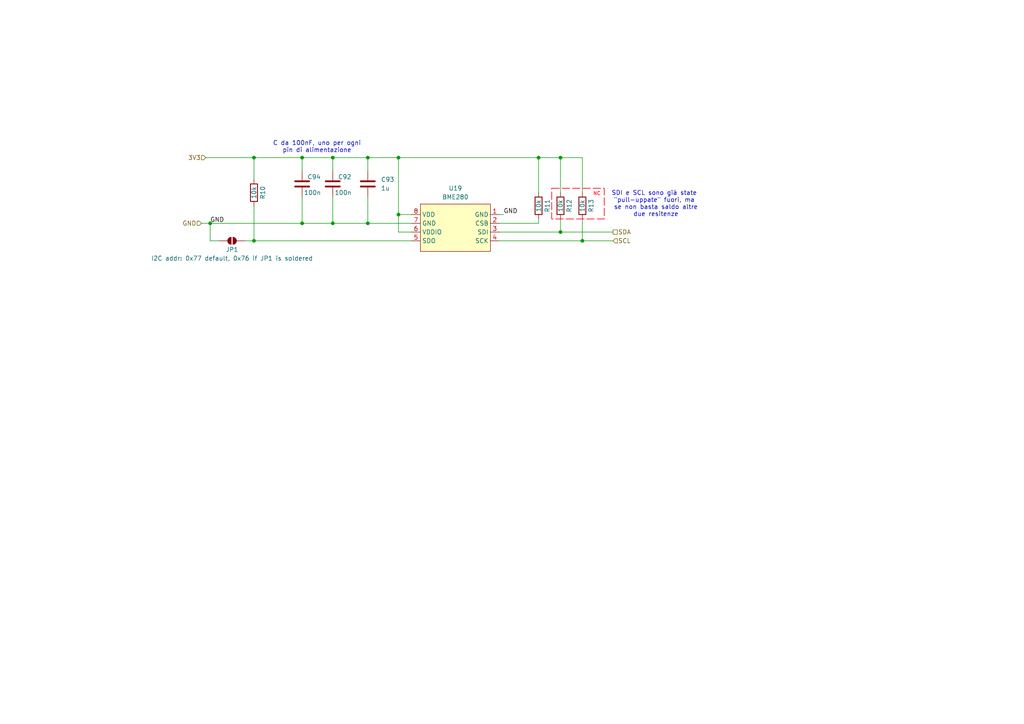
<source format=kicad_sch>
(kicad_sch (version 20250114) (generator "eeschema") (generator_version "9.0")
  (paper "A4")
  (lib_symbols
    (symbol "Device:C" (pin_numbers (hide yes)) (pin_names (offset 0.254))
      (property "Reference" "C" (at 0.635 2.54 0))
      (property "Value" "C" (at 0.635 -2.54 0))
      (symbol "C_0_1"
        (polyline (pts (xy -2.032 0.762) (xy 2.032 0.762)) (stroke (width 0.508)))
        (polyline (pts (xy -2.032 -0.762) (xy 2.032 -0.762)) (stroke (width 0.508)))
      )
      (symbol "C_1_1"
        (pin passive line (at 0 3.81 270) (length 2.794) (name "~") (number "1"))
        (pin passive line (at 0 -3.81 90) (length 2.794) (name "~") (number "2"))
      )
    )
    (symbol "Device:R" (pin_numbers (hide yes)) (pin_names (offset 0))
      (property "Reference" "R" (at 2.032 0 90))
      (property "Value" "R" (at 0 0 90))
      (symbol "R_0_1"
        (rectangle (start -1.016 -2.54) (end 1.016 2.54) (stroke (width 0.254)))
      )
      (symbol "R_1_1"
        (pin passive line (at 0 3.81 270) (length 1.27) (name "~") (number "1"))
        (pin passive line (at 0 -3.81 90) (length 1.27) (name "~") (number "2"))
      )
    )
    (symbol "Jumper:SolderJumper_2_Open" (pin_numbers (hide yes)) (pin_names (offset 0) (hide yes)) (exclude_from_sim yes) (in_bom no)
      (property "Reference" "JP" (at 0 2.032 0))
      (property "Value" "SolderJumper_2_Open" (at 0 -2.54 0))
      (symbol "SolderJumper_2_Open_0_1"
        (polyline (pts (xy -0.254 1.016) (xy -0.254 -1.016)))
        (arc (start -0.254 -1.016) (mid -1.2656 0) (end -0.254 1.016))
        (arc (start -0.254 -1.016) (mid -1.2656 0) (end -0.254 1.016) (fill (type outline)))
        (arc (start 0.254 1.016) (mid 1.2656 0) (end 0.254 -1.016))
        (arc (start 0.254 1.016) (mid 1.2656 0) (end 0.254 -1.016) (fill (type outline)))
        (polyline (pts (xy 0.254 1.016) (xy 0.254 -1.016)))
      )
      (symbol "SolderJumper_2_Open_1_1"
        (pin passive line (at -3.81 0 0) (length 2.54) (name "A") (number "1"))
        (pin passive line (at 3.81 0 180) (length 2.54) (name "B") (number "2"))
      )
    )
    (symbol "Kicad_JLCPCB_Library:BME280"
      (property "Reference" "U" (at 0 8.89 0))
      (property "Value" "BME280" (at 0 -8.89 0))
      (symbol "BME280_0_1"
        (rectangle (start -10.16 6.86) (end 10.16 -6.86) (fill (type background)))
        (pin unspecified line (at -12.7 3.81 0) (length 2.54) (name "VDD") (number "8"))
        (pin unspecified line (at -12.7 1.27 0) (length 2.54) (name "GND") (number "7"))
        (pin unspecified line (at -12.7 -1.27 0) (length 2.54) (name "VDDIO") (number "6"))
        (pin unspecified line (at -12.7 -3.81 0) (length 2.54) (name "SDO") (number "5"))
        (pin unspecified line (at 12.7 3.81 180) (length 2.54) (name "GND") (number "1"))
        (pin unspecified line (at 12.7 1.27 180) (length 2.54) (name "CSB") (number "2"))
        (pin unspecified line (at 12.7 -1.27 180) (length 2.54) (name "SDI") (number "3"))
        (pin unspecified line (at 12.7 -3.81 180) (length 2.54) (name "SCK") (number "4"))
      )
    )
  )
  (rectangle (start 160.02 54.61) (end 175.26 63.5) (stroke (width 0.2) (type dash) (color 255 0 17 1)))
  (text "NC" (at 174.244 56.896 0) (effects (font (size 1 1)) (justify right bottom)))
  (text "C da 100nF, uno per ogni\npin di alimentazione" (at 91.948 42.672 0) (effects (font (size 1.27 1.27))))
  (text "SDI e SCL sono già state \n\"pull-uppate\" fuori, ma \nse non basta saldo altre\ndue resitenze" (at 190.246 59.182 0) (effects (font (size 1.27 1.27))))
  (junction (at 115.57 45.72))
  (junction (at 106.68 45.72))
  (junction (at 106.68 64.77))
  (junction (at 87.63 64.77))
  (junction (at 60.96 64.77))
  (junction (at 96.52 64.77))
  (junction (at 168.91 69.85))
  (junction (at 87.63 45.72))
  (junction (at 156.21 45.72))
  (junction (at 162.56 45.72))
  (junction (at 96.52 45.72))
  (junction (at 162.56 67.31))
  (junction (at 115.57 62.23))
  (junction (at 73.66 69.85))
  (junction (at 73.66 45.72))
  (wire (pts (xy 71.12 69.85) (xy 73.66 69.85)))
  (wire (pts (xy 60.96 69.85) (xy 60.96 64.77)))
  (wire (pts (xy 96.52 57.15) (xy 96.52 64.77)))
  (wire (pts (xy 96.52 45.72) (xy 96.52 49.53)))
  (wire (pts (xy 73.66 45.72) (xy 59.69 45.72)))
  (wire (pts (xy 87.63 45.72) (xy 73.66 45.72)))
  (wire (pts (xy 96.52 45.72) (xy 87.63 45.72)))
  (wire (pts (xy 156.21 64.77) (xy 156.21 63.5)))
  (wire (pts (xy 168.91 45.72) (xy 162.56 45.72)))
  (wire (pts (xy 119.38 67.31) (xy 115.57 67.31)))
  (wire (pts (xy 73.66 69.85) (xy 119.38 69.85)))
  (wire (pts (xy 60.96 64.77) (xy 87.63 64.77)))
  (wire (pts (xy 156.21 55.88) (xy 156.21 45.72)))
  (wire (pts (xy 162.56 45.72) (xy 156.21 45.72)))
  (wire (pts (xy 156.21 45.72) (xy 115.57 45.72)))
  (wire (pts (xy 73.66 45.72) (xy 73.66 52.07)))
  (wire (pts (xy 177.8 67.31) (xy 162.56 67.31)))
  (wire (pts (xy 168.91 69.85) (xy 168.91 63.5)))
  (wire (pts (xy 144.78 64.77) (xy 156.21 64.77)))
  (wire (pts (xy 106.68 45.72) (xy 106.68 49.53)))
  (wire (pts (xy 63.5 69.85) (xy 60.96 69.85)))
  (wire (pts (xy 177.8 69.85) (xy 168.91 69.85)))
  (wire (pts (xy 106.68 45.72) (xy 96.52 45.72)))
  (wire (pts (xy 119.38 64.77) (xy 106.68 64.77)))
  (wire (pts (xy 115.57 62.23) (xy 115.57 45.72)))
  (wire (pts (xy 58.42 64.77) (xy 60.96 64.77)))
  (wire (pts (xy 96.52 64.77) (xy 106.68 64.77)))
  (wire (pts (xy 162.56 55.88) (xy 162.56 45.72)))
  (wire (pts (xy 87.63 45.72) (xy 87.63 49.53)))
  (wire (pts (xy 106.68 64.77) (xy 106.68 57.15)))
  (wire (pts (xy 87.63 57.15) (xy 87.63 64.77)))
  (wire (pts (xy 115.57 67.31) (xy 115.57 62.23)))
  (wire (pts (xy 162.56 67.31) (xy 144.78 67.31)))
  (wire (pts (xy 115.57 45.72) (xy 106.68 45.72)))
  (wire (pts (xy 73.66 59.69) (xy 73.66 69.85)))
  (wire (pts (xy 162.56 67.31) (xy 162.56 63.5)))
  (wire (pts (xy 87.63 64.77) (xy 96.52 64.77)))
  (wire (pts (xy 119.38 62.23) (xy 115.57 62.23)))
  (wire (pts (xy 144.78 62.23) (xy 146.05 62.23)))
  (wire (pts (xy 168.91 69.85) (xy 144.78 69.85)))
  (wire (pts (xy 168.91 55.88) (xy 168.91 45.72)))
  (label "GND" (at 146.05 62.23 0))
  (label "GND" (at 60.96 64.77 0))
  (hierarchical_label "SCL" (shape input) (at 177.8 69.85 0))
  (hierarchical_label "SDA" (shape passive) (at 177.8 67.31 0))
  (hierarchical_label "3V3" (shape input) (at 59.69 45.72 180))
  (hierarchical_label "GND" (shape input) (at 58.42 64.77 180))
  (symbol (lib_id "Jumper:SolderJumper_2_Open") (at 67.31 69.85 180) (unit 1) (in_bom no)
    (property "Reference" "JP1" (at 67.31 72.39 0))
    (property "Value" "I2C addr: 0x77 default, 0x76 if JP1 is soldered" (at 67.31 74.93 0))
    (property "Footprint" "Jumper:SolderJumper-2_P1.3mm_Open_RoundedPad1.0x1.5mm" (effects (hide yes)))
    (property "Description" "Solder Jumper, 2-pole, open" (effects (hide yes)))
  )
  (symbol (lib_id "Device:R") (at 168.91 59.69 0) (mirror x) (unit 1) (exclude_from_sim yes) (in_bom no)
    (property "Reference" "R13" (at 171.45 59.69 90))
    (property "Value" "10k" (at 168.91 59.69 90))
    (property "Footprint" "Kicad_JLCPCB_Library:R0603" (effects (hide yes)))
    (property "LCSC Part" "C25804" (effects (hide yes)))
    (instances (project "Blue_depth_REV_1" (path "" (reference "R13") (unit 1))) (project "Blue_depth_REV_1" (path "" (reference "R156") (unit 1))))
  )
  (symbol (lib_id "Device:R") (at 162.56 59.69 0) (mirror x) (unit 1) (exclude_from_sim yes) (in_bom no)
    (property "Reference" "R12" (at 165.1 59.69 90))
    (property "Value" "10k" (at 162.56 59.69 90))
    (property "Footprint" "Kicad_JLCPCB_Library:R0603" (effects (hide yes)))
    (property "LCSC Part" "C25804" (effects (hide yes)))
    (instances (project "Blue_depth_REV_1" (path "" (reference "R12") (unit 1))) (project "Blue_depth_REV_1" (path "" (reference "R155") (unit 1))))
  )
  (symbol (lib_id "Kicad_JLCPCB_Library:BME280") (at 132.08 66.04 0) (unit 1)
    (property "Reference" "U19" (at 132.08 54.61 0))
    (property "Value" "BME280" (at 132.08 57.15 0))
    (property "Footprint" "Kicad_JLCPCB_Library:LGA-8_BME280_BL" (effects (hide yes)))
    (property "Datasheet" "https://lcsc.com/product-detail/Sensors_Bosch_BME280_BME280_C92489.html" (effects (hide yes)))
    (property "LCSC Part" "C92489" (effects (hide yes)))
  )
  (symbol (lib_id "Device:C") (at 96.52 53.34 0) (unit 1)
    (property "Reference" "C92" (at 98.044 51.308 0) (effects (justify left)))
    (property "Value" "100n" (at 97.028 55.88 0) (effects (justify left)))
    (property "Footprint" "Kicad_JLCPCB_Library:C0603" (effects (hide yes)))
    (property "LCSC Part" "C14663" (effects (hide yes)))
  )
  (symbol (lib_id "Device:C") (at 106.68 53.34 0) (unit 1)
    (property "Reference" "C93" (at 110.49 52.07 0) (effects (justify left)))
    (property "Value" "1u" (at 110.49 54.61 0) (effects (justify left)))
    (property "Footprint" "Kicad_JLCPCB_Library:C0603" (effects (hide yes)))
    (property "LCSC Part" "C15849" (effects (hide yes)))
  )
  (symbol (lib_id "Device:R") (at 73.66 55.88 0) (mirror x) (unit 1)
    (property "Reference" "R10" (at 76.2 55.88 90))
    (property "Value" "10k" (at 73.66 55.88 90))
    (property "Footprint" "Kicad_JLCPCB_Library:R0603" (effects (hide yes)))
    (property "LCSC Part" "C25804" (effects (hide yes)))
    (instances (project "Blue_depth_REV_1" (path "" (reference "R10") (unit 1))) (project "Blue_depth_REV_1" (path "" (reference "R153") (unit 1))))
  )
  (symbol (lib_id "Device:R") (at 156.21 59.69 0) (mirror x) (unit 1)
    (property "Reference" "R11" (at 158.75 59.69 90))
    (property "Value" "10k" (at 156.21 59.69 90))
    (property "Footprint" "Kicad_JLCPCB_Library:R0603" (effects (hide yes)))
    (property "LCSC Part" "C25804" (effects (hide yes)))
    (instances (project "Blue_depth_REV_1" (path "" (reference "R11") (unit 1))) (project "Blue_depth_REV_1" (path "" (reference "R154") (unit 1))))
  )
  (symbol (lib_id "Device:C") (at 87.63 53.34 0) (unit 1)
    (property "Reference" "C94" (at 89.154 51.308 0) (effects (justify left)))
    (property "Value" "100n" (at 88.138 55.88 0) (effects (justify left)))
    (property "Footprint" "Kicad_JLCPCB_Library:C0603" (effects (hide yes)))
    (property "LCSC Part" "C14663" (effects (hide yes)))
  )
)
</source>
